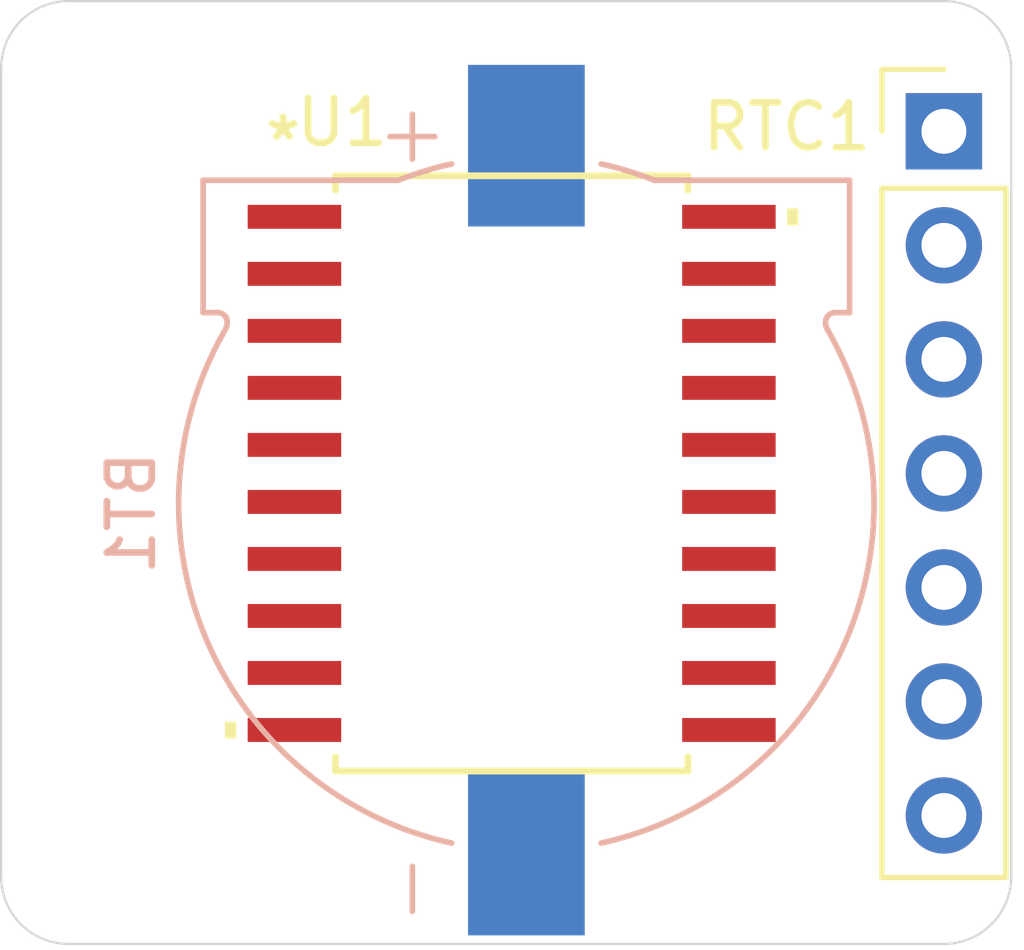
<source format=kicad_pcb>
(kicad_pcb (version 20241229) (generator "pcbnew") (generator_version "9.0")
  (layers (0 "F.Cu" signal) (2 "B.Cu" signal) (13 "F.Paste" user) (15 "B.Paste" user) (5 "F.SilkS" user "F.Silkscreen") (7 "B.SilkS" user "B.Silkscreen") (1 "F.Mask" user) (3 "B.Mask" user) (25 "Edge.Cuts" user))
  (net 0 "")
  (net 1 "Net-(BT1-+)")
  (net 2 "/GND")
  (net 3 "/3V3")
  (net 4 "/32k")
  (net 5 "/INT")
  (net 6 "/SDA")
  (net 7 "/SCL")
  (net 8 "/RST")
  (footprint "footprints:21-0042B_20_MXM-M" (layer "F.Cu") (at 40.3725 50)
    (property "Reference" "U1" (at -3.7725 -7.82 0) (layer "F.SilkS"))
    (property "Value" "ds3232sn-")
    (fp_line (start -3.9243 -6.6294) (end -3.9243 -6.31444) (stroke (width 0.1524)) (layer "F.SilkS"))
    (fp_line (start -3.9243 6.31444) (end -3.9243 6.6294) (stroke (width 0.1524)) (layer "F.SilkS"))
    (fp_line (start -3.9243 6.6294) (end 3.9243 6.6294) (stroke (width 0.1524)) (layer "F.SilkS"))
    (fp_line (start 3.9243 -6.6294) (end -3.9243 -6.6294) (stroke (width 0.1524)) (layer "F.SilkS"))
    (fp_line (start 3.9243 -6.31444) (end 3.9243 -6.6294) (stroke (width 0.1524)) (layer "F.SilkS"))
    (fp_line (start 3.9243 6.6294) (end 3.9243 6.31444) (stroke (width 0.1524)) (layer "F.SilkS"))
    (fp_poly (pts (xy -6.3881 5.5245) (xy -6.3881 5.9055) (xy -6.1341 5.9055) (xy -6.1341 5.5245)) (fill yes) (layer "F.SilkS"))
    (fp_poly (pts (xy 6.3881 -5.9055) (xy 6.3881 -5.5245) (xy 6.1341 -5.5245) (xy 6.1341 -5.9055)) (fill yes) (layer "F.SilkS"))
    (fp_text user "*" (at -5.0927 -7.3914 0) (layer "F.SilkS"))
    (fp_text user "*" (at -5.0927 -7.3914 0) (layer "F.SilkS"))
    (pad "1" smd rect (at -4.8387 -5.715) (size 2.0828 0.5334) (layers "F.Cu" "F.Mask" "F.Paste"))
    (pad "2" smd rect (at -4.8387 -4.445) (size 2.0828 0.5334) (layers "F.Cu" "F.Mask" "F.Paste"))
    (pad "3" smd rect (at -4.8387 -3.175) (size 2.0828 0.5334) (layers "F.Cu" "F.Mask" "F.Paste") (net 4 "/32k"))
    (pad "4" smd rect (at -4.8387 -1.905) (size 2.0828 0.5334) (layers "F.Cu" "F.Mask" "F.Paste") (net 3 "/3V3"))
    (pad "5" smd rect (at -4.8387 -0.635) (size 2.0828 0.5334) (layers "F.Cu" "F.Mask" "F.Paste") (net 5 "/INT"))
    (pad "6" smd rect (at -4.8387 0.635) (size 2.0828 0.5334) (layers "F.Cu" "F.Mask" "F.Paste") (net 8 "/RST"))
    (pad "7" smd rect (at -4.8387 1.905) (size 2.0828 0.5334) (layers "F.Cu" "F.Mask" "F.Paste"))
    (pad "8" smd rect (at -4.8387 3.175) (size 2.0828 0.5334) (layers "F.Cu" "F.Mask" "F.Paste"))
    (pad "9" smd rect (at -4.8387 4.445) (size 2.0828 0.5334) (layers "F.Cu" "F.Mask" "F.Paste"))
    (pad "10" smd rect (at -4.8387 5.715) (size 2.0828 0.5334) (layers "F.Cu" "F.Mask" "F.Paste"))
    (pad "11" smd rect (at 4.8387 5.715) (size 2.0828 0.5334) (layers "F.Cu" "F.Mask" "F.Paste"))
    (pad "12" smd rect (at 4.8387 4.445) (size 2.0828 0.5334) (layers "F.Cu" "F.Mask" "F.Paste"))
    (pad "13" smd rect (at 4.8387 3.175) (size 2.0828 0.5334) (layers "F.Cu" "F.Mask" "F.Paste"))
    (pad "14" smd rect (at 4.8387 1.905) (size 2.0828 0.5334) (layers "F.Cu" "F.Mask" "F.Paste"))
    (pad "15" smd rect (at 4.8387 0.635) (size 2.0828 0.5334) (layers "F.Cu" "F.Mask" "F.Paste") (net 2 "/GND"))
    (pad "16" smd rect (at 4.8387 -0.635) (size 2.0828 0.5334) (layers "F.Cu" "F.Mask" "F.Paste") (net 1 "Net-(BT1-+)"))
    (pad "17" smd rect (at 4.8387 -1.905) (size 2.0828 0.5334) (layers "F.Cu" "F.Mask" "F.Paste") (net 6 "/SDA"))
    (pad "18" smd rect (at 4.8387 -3.175) (size 2.0828 0.5334) (layers "F.Cu" "F.Mask" "F.Paste") (net 7 "/SCL"))
    (pad "19" smd rect (at 4.8387 -4.445) (size 2.0828 0.5334) (layers "F.Cu" "F.Mask" "F.Paste"))
    (pad "20" smd rect (at 4.8387 -5.715) (size 2.0828 0.5334) (layers "F.Cu" "F.Mask" "F.Paste") (net 7 "/SCL"))
  )
  (footprint "Connector_PinHeader_2.54mm:PinHeader_1x07_P2.54mm_Vertical" (layer "F.Cu") (at 50 42.38)
    (property "Reference" "RTC1" (at -3.5 -0.1 0) (layer "F.SilkS"))
    (property "Value" "DS3232")
    (fp_line (start -1.38 -1.38) (end 0 -1.38) (stroke (width 0.12)) (layer "F.SilkS"))
    (fp_line (start -1.38 0) (end -1.38 -1.38) (stroke (width 0.12)) (layer "F.SilkS"))
    (fp_line (start -1.38 1.27) (end -1.38 16.62) (stroke (width 0.12)) (layer "F.SilkS"))
    (fp_line (start -1.38 1.27) (end 1.38 1.27) (stroke (width 0.12)) (layer "F.SilkS"))
    (fp_line (start -1.38 16.62) (end 1.38 16.62) (stroke (width 0.12)) (layer "F.SilkS"))
    (fp_line (start 1.38 1.27) (end 1.38 16.62) (stroke (width 0.12)) (layer "F.SilkS"))
    (pad "1" thru_hole rect (at 0 0) (size 1.7 1.7) (drill 1) (layers "*.Cu" "*.Mask") (net 3 "/3V3"))
    (pad "2" thru_hole circle (at 0 2.54) (size 1.7 1.7) (drill 1) (layers "*.Cu" "*.Mask") (net 2 "/GND"))
    (pad "3" thru_hole circle (at 0 5.08) (size 1.7 1.7) (drill 1) (layers "*.Cu" "*.Mask") (net 7 "/SCL"))
    (pad "4" thru_hole circle (at 0 7.62) (size 1.7 1.7) (drill 1) (layers "*.Cu" "*.Mask") (net 6 "/SDA"))
    (pad "5" thru_hole circle (at 0 10.16) (size 1.7 1.7) (drill 1) (layers "*.Cu" "*.Mask") (net 5 "/INT"))
    (pad "6" thru_hole circle (at 0 12.7) (size 1.7 1.7) (drill 1) (layers "*.Cu" "*.Mask") (net 8 "/RST"))
    (pad "7" thru_hole circle (at 0 15.24) (size 1.7 1.7) (drill 1) (layers "*.Cu" "*.Mask") (net 4 "/32k"))
  )
  (footprint "MountingHole:MountingHole_2.2mm_M2" (layer "F.Cu") (at 31.5 42.48)
    (property "Reference" "H1" (hide yes))
    (property "Value" "MountingHole" (hide yes))
    (pad "" np_thru_hole circle (at 0 0) (size 2.2 2.2) (drill 2.2) (layers "*.Cu" "*.Mask"))
  )
  (footprint "MountingHole:MountingHole_2.2mm_M2" (layer "F.Cu") (at 31.5 57.48)
    (property "Reference" "H2" (hide yes))
    (property "Value" "MountingHole" (hide yes))
    (pad "" np_thru_hole circle (at 0 0) (size 2.2 2.2) (drill 2.2) (layers "*.Cu" "*.Mask"))
  )
  (footprint "footprints:BAT_1056" (layer "B.Cu") (at 40.7 50.88 -90)
    (property "Reference" "BT1" (at 0 8.8 90) (layer "B.SilkS") (effects (justify mirror)))
    (property "Value" "CR1220")
    (fp_line (start -7.41 7.2) (end -4.46 7.2) (stroke (width 0.127)) (layer "B.SilkS"))
    (fp_line (start -4.46 7.2) (end -4.46 6.88) (stroke (width 0.127)) (layer "B.SilkS"))
    (fp_line (start -8.382 3.04) (end -8.382 2.04) (stroke (width 0.127)) (layer "B.SilkS"))
    (fp_line (start -7.41 2.85) (end -7.41 7.2) (stroke (width 0.127)) (layer "B.SilkS"))
    (fp_line (start -8.882 2.54) (end -7.882 2.54) (stroke (width 0.127)) (layer "B.SilkS"))
    (fp_line (start 7.874 2.54) (end 8.874 2.54) (stroke (width 0.127)) (layer "B.SilkS"))
    (fp_line (start -7.41 -2.85) (end -7.41 -7.2) (stroke (width 0.127)) (layer "B.SilkS"))
    (fp_line (start -7.41 -7.2) (end -4.46 -7.2) (stroke (width 0.127)) (layer "B.SilkS"))
    (fp_line (start -4.46 -7.2) (end -4.46 -6.88) (stroke (width 0.127)) (layer "B.SilkS"))
    (fp_arc (start -0.21 7.745) (mid -2.216137 7.480737) (end -4.085 6.705) (stroke (width 0.127)) (layer "B.SilkS"))
    (fp_arc (start -4.46 6.88) (mid -4.407028 6.732114) (end -4.265 6.665) (stroke (width 0.127)) (layer "B.SilkS"))
    (fp_arc (start -4.265 6.665) (mid -4.17231 6.672896) (end -4.085 6.705) (stroke (width 0.127)) (layer "B.SilkS"))
    (fp_arc (start -7.41 2.85) (mid -7.616196 2.264559) (end -7.773 1.664) (stroke (width 0.127)) (layer "B.SilkS"))
    (fp_arc (start 7.354 1.664999) (mid 4.642358 6.036609) (end -0.21 7.745) (stroke (width 0.127)) (layer "B.SilkS"))
    (fp_arc (start -7.773 -1.664) (mid -7.616196 -2.264559) (end -7.41 -2.85) (stroke (width 0.127)) (layer "B.SilkS"))
    (fp_arc (start -4.265 -6.665) (mid -4.40703 -6.732113) (end -4.460001 -6.88) (stroke (width 0.127)) (layer "B.SilkS"))
    (fp_arc (start -4.085 -6.705) (mid -4.17231 -6.672896) (end -4.265 -6.665) (stroke (width 0.127)) (layer "B.SilkS"))
    (fp_arc (start -4.085 -6.705) (mid -2.216137 -7.480737) (end -0.21 -7.745) (stroke (width 0.127)) (layer "B.SilkS"))
    (fp_arc (start -0.21 -7.745) (mid 4.642358 -6.036609) (end 7.354 -1.664999) (stroke (width 0.127)) (layer "B.SilkS"))
    (pad "" np_thru_hole circle (at -3.98 0 270) (size 1.3 1.3) (drill 1.3) (layers "*.Cu" "*.Mask"))
    (pad "" np_thru_hole circle (at 3.51 0 270) (size 1 1) (drill 1) (layers "*.Cu" "*.Mask"))
    (pad "N" smd rect (at 7.61 0 270) (size 3.6 2.6) (layers "B.Cu" "B.Mask" "B.Paste"))
    (pad "P" smd rect (at -8.18 0 270) (size 3.6 2.6) (layers "B.Cu" "B.Mask" "B.Paste"))
  )
  (gr_line (start 29 58.98) (end 29 40.98) (stroke (width 0.05)) (layer "Edge.Cuts"))
  (gr_line (start 50 60.48) (end 30.5 60.48) (stroke (width 0.05)) (layer "Edge.Cuts"))
  (gr_arc (start 51.5 58.98) (mid 51.06066 60.04066) (end 50 60.48) (stroke (width 0.05)) (layer "Edge.Cuts"))
  (gr_line (start 30.5 39.48) (end 50 39.48) (stroke (width 0.05)) (layer "Edge.Cuts"))
  (gr_arc (start 30.5 60.48) (mid 29.43934 60.04066) (end 29 58.98) (stroke (width 0.05)) (layer "Edge.Cuts"))
  (gr_arc (start 29 40.98) (mid 29.43934 39.91934) (end 30.5 39.48) (stroke (width 0.05)) (layer "Edge.Cuts"))
  (gr_line (start 51.5 40.98) (end 51.5 58.98) (stroke (width 0.05)) (layer "Edge.Cuts"))
  (gr_arc (start 50 39.48) (mid 51.06066 39.91934) (end 51.5 40.98) (stroke (width 0.05)) (layer "Edge.Cuts"))
)
</source>
